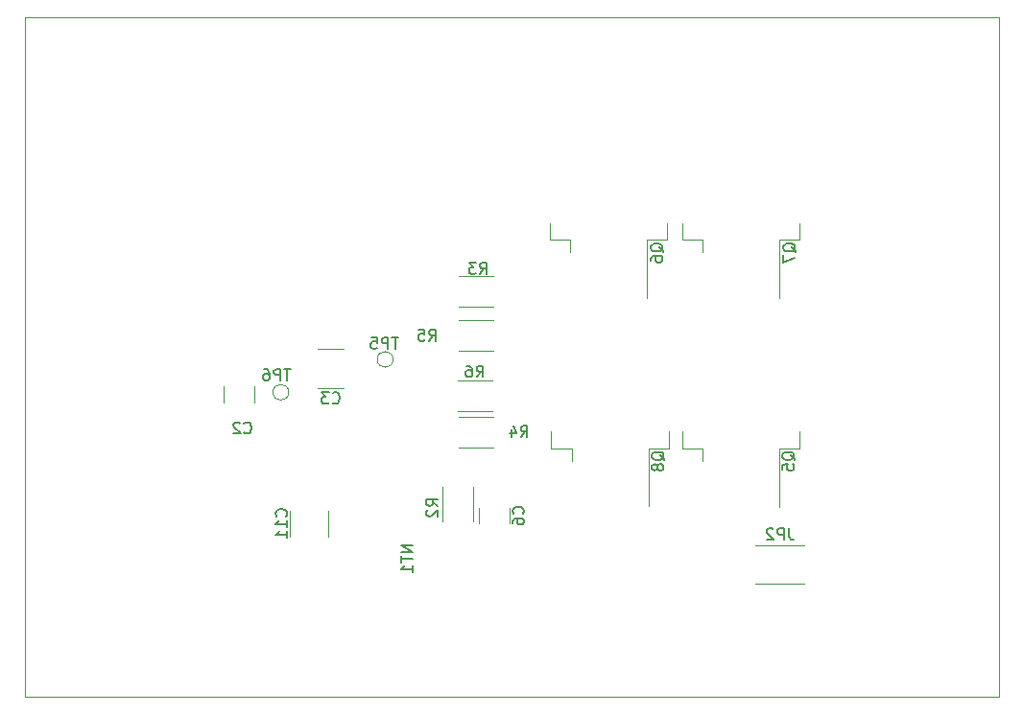
<source format=gbr>
G04 #@! TF.GenerationSoftware,KiCad,Pcbnew,(5.1.9)-1*
G04 #@! TF.CreationDate,2021-07-02T16:45:13-04:00*
G04 #@! TF.ProjectId,Motor Controller 2020,4d6f746f-7220-4436-9f6e-74726f6c6c65,rev?*
G04 #@! TF.SameCoordinates,Original*
G04 #@! TF.FileFunction,Legend,Bot*
G04 #@! TF.FilePolarity,Positive*
%FSLAX46Y46*%
G04 Gerber Fmt 4.6, Leading zero omitted, Abs format (unit mm)*
G04 Created by KiCad (PCBNEW (5.1.9)-1) date 2021-07-02 16:45:13*
%MOMM*%
%LPD*%
G01*
G04 APERTURE LIST*
G04 #@! TA.AperFunction,Profile*
%ADD10C,0.050000*%
G04 #@! TD*
%ADD11C,0.120000*%
%ADD12C,0.150000*%
G04 APERTURE END LIST*
D10*
X174700000Y-102900000D02*
X174700000Y-42900000D01*
X88700000Y-42900000D02*
X174700000Y-42900000D01*
X88700000Y-102900000D02*
X88700000Y-42900000D01*
X88700000Y-102900000D02*
X174700000Y-102900000D01*
D11*
G04 #@! TO.C,TP5*
X121200000Y-73100000D02*
G75*
G03*
X121200000Y-73100000I-700000J0D01*
G01*
G04 #@! TO.C,C3*
X114538748Y-75610000D02*
X116861252Y-75610000D01*
X114538748Y-72190000D02*
X116861252Y-72190000D01*
G04 #@! TO.C,R6*
X130027064Y-80860000D02*
X126972936Y-80860000D01*
X130027064Y-78140000D02*
X126972936Y-78140000D01*
G04 #@! TO.C,C11*
X115510000Y-88761252D02*
X115510000Y-86438748D01*
X112090000Y-88761252D02*
X112090000Y-86438748D01*
G04 #@! TO.C,JP2*
X157477064Y-89490000D02*
X153122936Y-89490000D01*
X157477064Y-92910000D02*
X153122936Y-92910000D01*
G04 #@! TO.C,R3*
X126972936Y-65740000D02*
X130027064Y-65740000D01*
X126972936Y-68460000D02*
X130027064Y-68460000D01*
G04 #@! TO.C,R4*
X126872936Y-77660000D02*
X129927064Y-77660000D01*
X126872936Y-74940000D02*
X129927064Y-74940000D01*
G04 #@! TO.C,R5*
X130027064Y-69640000D02*
X126972936Y-69640000D01*
X130027064Y-72360000D02*
X126972936Y-72360000D01*
G04 #@! TO.C,C6*
X128740000Y-86188748D02*
X128740000Y-87611252D01*
X131460000Y-86188748D02*
X131460000Y-87611252D01*
G04 #@! TO.C,R2*
X128260000Y-87427064D02*
X128260000Y-84372936D01*
X125540000Y-87427064D02*
X125540000Y-84372936D01*
G04 #@! TO.C,C2*
X108960000Y-76911252D02*
X108960000Y-75488748D01*
X106240000Y-76911252D02*
X106240000Y-75488748D01*
G04 #@! TO.C,Q5*
X148502000Y-80978000D02*
X148502000Y-82078000D01*
X146692000Y-80978000D02*
X148502000Y-80978000D01*
X146692000Y-79478000D02*
X146692000Y-80978000D01*
X155282000Y-80978000D02*
X155282000Y-86103000D01*
X157092000Y-80978000D02*
X155282000Y-80978000D01*
X157092000Y-79478000D02*
X157092000Y-80978000D01*
G04 #@! TO.C,Q6*
X136818000Y-62551000D02*
X136818000Y-63651000D01*
X135008000Y-62551000D02*
X136818000Y-62551000D01*
X135008000Y-61051000D02*
X135008000Y-62551000D01*
X143598000Y-62551000D02*
X143598000Y-67676000D01*
X145408000Y-62551000D02*
X143598000Y-62551000D01*
X145408000Y-61051000D02*
X145408000Y-62551000D01*
G04 #@! TO.C,Q7*
X157092000Y-61051000D02*
X157092000Y-62551000D01*
X157092000Y-62551000D02*
X155282000Y-62551000D01*
X155282000Y-62551000D02*
X155282000Y-67676000D01*
X146692000Y-61051000D02*
X146692000Y-62551000D01*
X146692000Y-62551000D02*
X148502000Y-62551000D01*
X148502000Y-62551000D02*
X148502000Y-63651000D01*
G04 #@! TO.C,Q8*
X145535000Y-79466000D02*
X145535000Y-80966000D01*
X145535000Y-80966000D02*
X143725000Y-80966000D01*
X143725000Y-80966000D02*
X143725000Y-86091000D01*
X135135000Y-79466000D02*
X135135000Y-80966000D01*
X135135000Y-80966000D02*
X136945000Y-80966000D01*
X136945000Y-80966000D02*
X136945000Y-82066000D01*
G04 #@! TO.C,TP6*
X112000000Y-76000000D02*
G75*
G03*
X112000000Y-76000000I-700000J0D01*
G01*
G04 #@! TD*
G04 #@! TO.C,TP5*
D12*
X121661904Y-71152380D02*
X121090476Y-71152380D01*
X121376190Y-72152380D02*
X121376190Y-71152380D01*
X120757142Y-72152380D02*
X120757142Y-71152380D01*
X120376190Y-71152380D01*
X120280952Y-71200000D01*
X120233333Y-71247619D01*
X120185714Y-71342857D01*
X120185714Y-71485714D01*
X120233333Y-71580952D01*
X120280952Y-71628571D01*
X120376190Y-71676190D01*
X120757142Y-71676190D01*
X119280952Y-71152380D02*
X119757142Y-71152380D01*
X119804761Y-71628571D01*
X119757142Y-71580952D01*
X119661904Y-71533333D01*
X119423809Y-71533333D01*
X119328571Y-71580952D01*
X119280952Y-71628571D01*
X119233333Y-71723809D01*
X119233333Y-71961904D01*
X119280952Y-72057142D01*
X119328571Y-72104761D01*
X119423809Y-72152380D01*
X119661904Y-72152380D01*
X119757142Y-72104761D01*
X119804761Y-72057142D01*
G04 #@! TO.C,C3*
X115866666Y-76907142D02*
X115914285Y-76954761D01*
X116057142Y-77002380D01*
X116152380Y-77002380D01*
X116295238Y-76954761D01*
X116390476Y-76859523D01*
X116438095Y-76764285D01*
X116485714Y-76573809D01*
X116485714Y-76430952D01*
X116438095Y-76240476D01*
X116390476Y-76145238D01*
X116295238Y-76050000D01*
X116152380Y-76002380D01*
X116057142Y-76002380D01*
X115914285Y-76050000D01*
X115866666Y-76097619D01*
X115533333Y-76002380D02*
X114914285Y-76002380D01*
X115247619Y-76383333D01*
X115104761Y-76383333D01*
X115009523Y-76430952D01*
X114961904Y-76478571D01*
X114914285Y-76573809D01*
X114914285Y-76811904D01*
X114961904Y-76907142D01*
X115009523Y-76954761D01*
X115104761Y-77002380D01*
X115390476Y-77002380D01*
X115485714Y-76954761D01*
X115533333Y-76907142D01*
G04 #@! TO.C,R6*
X128566666Y-74652380D02*
X128900000Y-74176190D01*
X129138095Y-74652380D02*
X129138095Y-73652380D01*
X128757142Y-73652380D01*
X128661904Y-73700000D01*
X128614285Y-73747619D01*
X128566666Y-73842857D01*
X128566666Y-73985714D01*
X128614285Y-74080952D01*
X128661904Y-74128571D01*
X128757142Y-74176190D01*
X129138095Y-74176190D01*
X127709523Y-73652380D02*
X127900000Y-73652380D01*
X127995238Y-73700000D01*
X128042857Y-73747619D01*
X128138095Y-73890476D01*
X128185714Y-74080952D01*
X128185714Y-74461904D01*
X128138095Y-74557142D01*
X128090476Y-74604761D01*
X127995238Y-74652380D01*
X127804761Y-74652380D01*
X127709523Y-74604761D01*
X127661904Y-74557142D01*
X127614285Y-74461904D01*
X127614285Y-74223809D01*
X127661904Y-74128571D01*
X127709523Y-74080952D01*
X127804761Y-74033333D01*
X127995238Y-74033333D01*
X128090476Y-74080952D01*
X128138095Y-74128571D01*
X128185714Y-74223809D01*
G04 #@! TO.C,C11*
X111757142Y-86957142D02*
X111804761Y-86909523D01*
X111852380Y-86766666D01*
X111852380Y-86671428D01*
X111804761Y-86528571D01*
X111709523Y-86433333D01*
X111614285Y-86385714D01*
X111423809Y-86338095D01*
X111280952Y-86338095D01*
X111090476Y-86385714D01*
X110995238Y-86433333D01*
X110900000Y-86528571D01*
X110852380Y-86671428D01*
X110852380Y-86766666D01*
X110900000Y-86909523D01*
X110947619Y-86957142D01*
X111852380Y-87909523D02*
X111852380Y-87338095D01*
X111852380Y-87623809D02*
X110852380Y-87623809D01*
X110995238Y-87528571D01*
X111090476Y-87433333D01*
X111138095Y-87338095D01*
X111852380Y-88861904D02*
X111852380Y-88290476D01*
X111852380Y-88576190D02*
X110852380Y-88576190D01*
X110995238Y-88480952D01*
X111090476Y-88385714D01*
X111138095Y-88290476D01*
G04 #@! TO.C,JP2*
X156133333Y-88032380D02*
X156133333Y-88746666D01*
X156180952Y-88889523D01*
X156276190Y-88984761D01*
X156419047Y-89032380D01*
X156514285Y-89032380D01*
X155657142Y-89032380D02*
X155657142Y-88032380D01*
X155276190Y-88032380D01*
X155180952Y-88080000D01*
X155133333Y-88127619D01*
X155085714Y-88222857D01*
X155085714Y-88365714D01*
X155133333Y-88460952D01*
X155180952Y-88508571D01*
X155276190Y-88556190D01*
X155657142Y-88556190D01*
X154704761Y-88127619D02*
X154657142Y-88080000D01*
X154561904Y-88032380D01*
X154323809Y-88032380D01*
X154228571Y-88080000D01*
X154180952Y-88127619D01*
X154133333Y-88222857D01*
X154133333Y-88318095D01*
X154180952Y-88460952D01*
X154752380Y-89032380D01*
X154133333Y-89032380D01*
G04 #@! TO.C,R3*
X128866666Y-65552380D02*
X129200000Y-65076190D01*
X129438095Y-65552380D02*
X129438095Y-64552380D01*
X129057142Y-64552380D01*
X128961904Y-64600000D01*
X128914285Y-64647619D01*
X128866666Y-64742857D01*
X128866666Y-64885714D01*
X128914285Y-64980952D01*
X128961904Y-65028571D01*
X129057142Y-65076190D01*
X129438095Y-65076190D01*
X128533333Y-64552380D02*
X127914285Y-64552380D01*
X128247619Y-64933333D01*
X128104761Y-64933333D01*
X128009523Y-64980952D01*
X127961904Y-65028571D01*
X127914285Y-65123809D01*
X127914285Y-65361904D01*
X127961904Y-65457142D01*
X128009523Y-65504761D01*
X128104761Y-65552380D01*
X128390476Y-65552380D01*
X128485714Y-65504761D01*
X128533333Y-65457142D01*
G04 #@! TO.C,R4*
X132466666Y-79952380D02*
X132800000Y-79476190D01*
X133038095Y-79952380D02*
X133038095Y-78952380D01*
X132657142Y-78952380D01*
X132561904Y-79000000D01*
X132514285Y-79047619D01*
X132466666Y-79142857D01*
X132466666Y-79285714D01*
X132514285Y-79380952D01*
X132561904Y-79428571D01*
X132657142Y-79476190D01*
X133038095Y-79476190D01*
X131609523Y-79285714D02*
X131609523Y-79952380D01*
X131847619Y-78904761D02*
X132085714Y-79619047D01*
X131466666Y-79619047D01*
G04 #@! TO.C,R5*
X124366666Y-71452380D02*
X124700000Y-70976190D01*
X124938095Y-71452380D02*
X124938095Y-70452380D01*
X124557142Y-70452380D01*
X124461904Y-70500000D01*
X124414285Y-70547619D01*
X124366666Y-70642857D01*
X124366666Y-70785714D01*
X124414285Y-70880952D01*
X124461904Y-70928571D01*
X124557142Y-70976190D01*
X124938095Y-70976190D01*
X123461904Y-70452380D02*
X123938095Y-70452380D01*
X123985714Y-70928571D01*
X123938095Y-70880952D01*
X123842857Y-70833333D01*
X123604761Y-70833333D01*
X123509523Y-70880952D01*
X123461904Y-70928571D01*
X123414285Y-71023809D01*
X123414285Y-71261904D01*
X123461904Y-71357142D01*
X123509523Y-71404761D01*
X123604761Y-71452380D01*
X123842857Y-71452380D01*
X123938095Y-71404761D01*
X123985714Y-71357142D01*
G04 #@! TO.C,C6*
X132657142Y-86733333D02*
X132704761Y-86685714D01*
X132752380Y-86542857D01*
X132752380Y-86447619D01*
X132704761Y-86304761D01*
X132609523Y-86209523D01*
X132514285Y-86161904D01*
X132323809Y-86114285D01*
X132180952Y-86114285D01*
X131990476Y-86161904D01*
X131895238Y-86209523D01*
X131800000Y-86304761D01*
X131752380Y-86447619D01*
X131752380Y-86542857D01*
X131800000Y-86685714D01*
X131847619Y-86733333D01*
X131752380Y-87590476D02*
X131752380Y-87400000D01*
X131800000Y-87304761D01*
X131847619Y-87257142D01*
X131990476Y-87161904D01*
X132180952Y-87114285D01*
X132561904Y-87114285D01*
X132657142Y-87161904D01*
X132704761Y-87209523D01*
X132752380Y-87304761D01*
X132752380Y-87495238D01*
X132704761Y-87590476D01*
X132657142Y-87638095D01*
X132561904Y-87685714D01*
X132323809Y-87685714D01*
X132228571Y-87638095D01*
X132180952Y-87590476D01*
X132133333Y-87495238D01*
X132133333Y-87304761D01*
X132180952Y-87209523D01*
X132228571Y-87161904D01*
X132323809Y-87114285D01*
G04 #@! TO.C,R2*
X125152380Y-86033333D02*
X124676190Y-85700000D01*
X125152380Y-85461904D02*
X124152380Y-85461904D01*
X124152380Y-85842857D01*
X124200000Y-85938095D01*
X124247619Y-85985714D01*
X124342857Y-86033333D01*
X124485714Y-86033333D01*
X124580952Y-85985714D01*
X124628571Y-85938095D01*
X124676190Y-85842857D01*
X124676190Y-85461904D01*
X124247619Y-86414285D02*
X124200000Y-86461904D01*
X124152380Y-86557142D01*
X124152380Y-86795238D01*
X124200000Y-86890476D01*
X124247619Y-86938095D01*
X124342857Y-86985714D01*
X124438095Y-86985714D01*
X124580952Y-86938095D01*
X125152380Y-86366666D01*
X125152380Y-86985714D01*
G04 #@! TO.C,C2*
X108066666Y-79557142D02*
X108114285Y-79604761D01*
X108257142Y-79652380D01*
X108352380Y-79652380D01*
X108495238Y-79604761D01*
X108590476Y-79509523D01*
X108638095Y-79414285D01*
X108685714Y-79223809D01*
X108685714Y-79080952D01*
X108638095Y-78890476D01*
X108590476Y-78795238D01*
X108495238Y-78700000D01*
X108352380Y-78652380D01*
X108257142Y-78652380D01*
X108114285Y-78700000D01*
X108066666Y-78747619D01*
X107685714Y-78747619D02*
X107638095Y-78700000D01*
X107542857Y-78652380D01*
X107304761Y-78652380D01*
X107209523Y-78700000D01*
X107161904Y-78747619D01*
X107114285Y-78842857D01*
X107114285Y-78938095D01*
X107161904Y-79080952D01*
X107733333Y-79652380D01*
X107114285Y-79652380D01*
G04 #@! TO.C,Q5*
X156647619Y-82004761D02*
X156600000Y-81909523D01*
X156504761Y-81814285D01*
X156361904Y-81671428D01*
X156314285Y-81576190D01*
X156314285Y-81480952D01*
X156552380Y-81528571D02*
X156504761Y-81433333D01*
X156409523Y-81338095D01*
X156219047Y-81290476D01*
X155885714Y-81290476D01*
X155695238Y-81338095D01*
X155600000Y-81433333D01*
X155552380Y-81528571D01*
X155552380Y-81719047D01*
X155600000Y-81814285D01*
X155695238Y-81909523D01*
X155885714Y-81957142D01*
X156219047Y-81957142D01*
X156409523Y-81909523D01*
X156504761Y-81814285D01*
X156552380Y-81719047D01*
X156552380Y-81528571D01*
X155552380Y-82861904D02*
X155552380Y-82385714D01*
X156028571Y-82338095D01*
X155980952Y-82385714D01*
X155933333Y-82480952D01*
X155933333Y-82719047D01*
X155980952Y-82814285D01*
X156028571Y-82861904D01*
X156123809Y-82909523D01*
X156361904Y-82909523D01*
X156457142Y-82861904D01*
X156504761Y-82814285D01*
X156552380Y-82719047D01*
X156552380Y-82480952D01*
X156504761Y-82385714D01*
X156457142Y-82338095D01*
G04 #@! TO.C,Q6*
X145047619Y-63604761D02*
X145000000Y-63509523D01*
X144904761Y-63414285D01*
X144761904Y-63271428D01*
X144714285Y-63176190D01*
X144714285Y-63080952D01*
X144952380Y-63128571D02*
X144904761Y-63033333D01*
X144809523Y-62938095D01*
X144619047Y-62890476D01*
X144285714Y-62890476D01*
X144095238Y-62938095D01*
X144000000Y-63033333D01*
X143952380Y-63128571D01*
X143952380Y-63319047D01*
X144000000Y-63414285D01*
X144095238Y-63509523D01*
X144285714Y-63557142D01*
X144619047Y-63557142D01*
X144809523Y-63509523D01*
X144904761Y-63414285D01*
X144952380Y-63319047D01*
X144952380Y-63128571D01*
X143952380Y-64414285D02*
X143952380Y-64223809D01*
X144000000Y-64128571D01*
X144047619Y-64080952D01*
X144190476Y-63985714D01*
X144380952Y-63938095D01*
X144761904Y-63938095D01*
X144857142Y-63985714D01*
X144904761Y-64033333D01*
X144952380Y-64128571D01*
X144952380Y-64319047D01*
X144904761Y-64414285D01*
X144857142Y-64461904D01*
X144761904Y-64509523D01*
X144523809Y-64509523D01*
X144428571Y-64461904D01*
X144380952Y-64414285D01*
X144333333Y-64319047D01*
X144333333Y-64128571D01*
X144380952Y-64033333D01*
X144428571Y-63985714D01*
X144523809Y-63938095D01*
G04 #@! TO.C,Q7*
X156747619Y-63604761D02*
X156700000Y-63509523D01*
X156604761Y-63414285D01*
X156461904Y-63271428D01*
X156414285Y-63176190D01*
X156414285Y-63080952D01*
X156652380Y-63128571D02*
X156604761Y-63033333D01*
X156509523Y-62938095D01*
X156319047Y-62890476D01*
X155985714Y-62890476D01*
X155795238Y-62938095D01*
X155700000Y-63033333D01*
X155652380Y-63128571D01*
X155652380Y-63319047D01*
X155700000Y-63414285D01*
X155795238Y-63509523D01*
X155985714Y-63557142D01*
X156319047Y-63557142D01*
X156509523Y-63509523D01*
X156604761Y-63414285D01*
X156652380Y-63319047D01*
X156652380Y-63128571D01*
X155652380Y-63890476D02*
X155652380Y-64557142D01*
X156652380Y-64128571D01*
G04 #@! TO.C,Q8*
X145147619Y-82004761D02*
X145100000Y-81909523D01*
X145004761Y-81814285D01*
X144861904Y-81671428D01*
X144814285Y-81576190D01*
X144814285Y-81480952D01*
X145052380Y-81528571D02*
X145004761Y-81433333D01*
X144909523Y-81338095D01*
X144719047Y-81290476D01*
X144385714Y-81290476D01*
X144195238Y-81338095D01*
X144100000Y-81433333D01*
X144052380Y-81528571D01*
X144052380Y-81719047D01*
X144100000Y-81814285D01*
X144195238Y-81909523D01*
X144385714Y-81957142D01*
X144719047Y-81957142D01*
X144909523Y-81909523D01*
X145004761Y-81814285D01*
X145052380Y-81719047D01*
X145052380Y-81528571D01*
X144480952Y-82528571D02*
X144433333Y-82433333D01*
X144385714Y-82385714D01*
X144290476Y-82338095D01*
X144242857Y-82338095D01*
X144147619Y-82385714D01*
X144100000Y-82433333D01*
X144052380Y-82528571D01*
X144052380Y-82719047D01*
X144100000Y-82814285D01*
X144147619Y-82861904D01*
X144242857Y-82909523D01*
X144290476Y-82909523D01*
X144385714Y-82861904D01*
X144433333Y-82814285D01*
X144480952Y-82719047D01*
X144480952Y-82528571D01*
X144528571Y-82433333D01*
X144576190Y-82385714D01*
X144671428Y-82338095D01*
X144861904Y-82338095D01*
X144957142Y-82385714D01*
X145004761Y-82433333D01*
X145052380Y-82528571D01*
X145052380Y-82719047D01*
X145004761Y-82814285D01*
X144957142Y-82861904D01*
X144861904Y-82909523D01*
X144671428Y-82909523D01*
X144576190Y-82861904D01*
X144528571Y-82814285D01*
X144480952Y-82719047D01*
G04 #@! TO.C,TP6*
X112161904Y-73952380D02*
X111590476Y-73952380D01*
X111876190Y-74952380D02*
X111876190Y-73952380D01*
X111257142Y-74952380D02*
X111257142Y-73952380D01*
X110876190Y-73952380D01*
X110780952Y-74000000D01*
X110733333Y-74047619D01*
X110685714Y-74142857D01*
X110685714Y-74285714D01*
X110733333Y-74380952D01*
X110780952Y-74428571D01*
X110876190Y-74476190D01*
X111257142Y-74476190D01*
X109828571Y-73952380D02*
X110019047Y-73952380D01*
X110114285Y-74000000D01*
X110161904Y-74047619D01*
X110257142Y-74190476D01*
X110304761Y-74380952D01*
X110304761Y-74761904D01*
X110257142Y-74857142D01*
X110209523Y-74904761D01*
X110114285Y-74952380D01*
X109923809Y-74952380D01*
X109828571Y-74904761D01*
X109780952Y-74857142D01*
X109733333Y-74761904D01*
X109733333Y-74523809D01*
X109780952Y-74428571D01*
X109828571Y-74380952D01*
X109923809Y-74333333D01*
X110114285Y-74333333D01*
X110209523Y-74380952D01*
X110257142Y-74428571D01*
X110304761Y-74523809D01*
G04 #@! TO.C,NT1*
X122952380Y-89557142D02*
X121952380Y-89557142D01*
X122952380Y-90128571D01*
X121952380Y-90128571D01*
X121952380Y-90461904D02*
X121952380Y-91033333D01*
X122952380Y-90747619D02*
X121952380Y-90747619D01*
X122952380Y-91890476D02*
X122952380Y-91319047D01*
X122952380Y-91604761D02*
X121952380Y-91604761D01*
X122095238Y-91509523D01*
X122190476Y-91414285D01*
X122238095Y-91319047D01*
G04 #@! TD*
M02*

</source>
